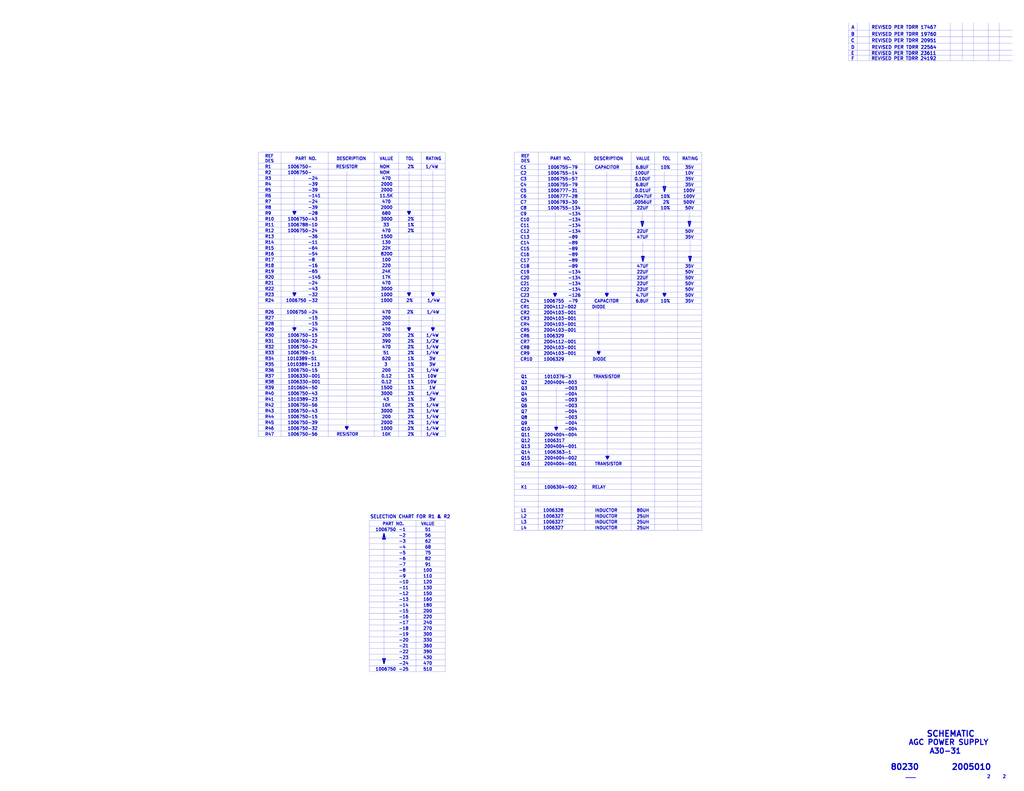
<source format=kicad_sch>
(kicad_sch (version 20211123) (generator eeschema)
  (paper "E")
  (polyline (pts (xy 403.225 663.575) (xy 485.775 663.575)) (stroke (width 0) (type solid)))
  (polyline (pts (xy 417.83 719.455) (xy 420.37 719.455)) (stroke (width 1.27) (type solid)))
  (polyline (pts (xy 765.81 452.12) (xy 561.34 452.12)) (stroke (width 0) (type solid)))
  (polyline (pts (xy 281.94 337.185) (xy 485.775 337.185)) (stroke (width 0) (type solid)))
  (polyline (pts (xy 765.81 191.77) (xy 561.34 191.77)) (stroke (width 0) (type solid)))
  (polyline (pts (xy 765.81 344.17) (xy 561.34 344.17)) (stroke (width 0) (type solid)))
  (polyline (pts (xy 926.084 47.244) (xy 1104.9 47.244)) (stroke (width 0) (type solid)))
  (polyline (pts (xy 664.21 498.475) (xy 662.94 501.015)) (stroke (width 1.524) (type solid)))
  (polyline (pts (xy 322.58 320.04) (xy 321.31 322.58)) (stroke (width 1.524) (type solid)))
  (polyline (pts (xy 322.58 358.14) (xy 321.31 360.68)) (stroke (width 1.524) (type solid)))
  (polyline (pts (xy 765.81 217.17) (xy 561.34 217.17)) (stroke (width 0) (type solid)))
  (polyline (pts (xy 714.375 579.12) (xy 714.375 166.37)) (stroke (width 0) (type solid)))
  (polyline (pts (xy 447.675 231.14) (xy 446.405 233.68)) (stroke (width 1.524) (type solid)))
  (polyline (pts (xy 765.81 521.97) (xy 561.34 521.97)) (stroke (width 0) (type solid)))
  (polyline (pts (xy 765.81 414.02) (xy 561.34 414.02)) (stroke (width 0) (type solid)))
  (polyline (pts (xy 281.94 178.435) (xy 485.775 178.435)) (stroke (width 0) (type solid)))
  (polyline (pts (xy 605.79 466.725) (xy 608.33 466.725)) (stroke (width 1.524) (type solid)))
  (polyline (pts (xy 725.17 187.325) (xy 725.17 208.915)) (stroke (width 0) (type solid)))
  (polyline (pts (xy 485.775 166.37) (xy 485.775 476.885)) (stroke (width 0) (type solid)))
  (polyline (pts (xy 403.225 650.875) (xy 485.775 650.875)) (stroke (width 0) (type solid)))
  (polyline (pts (xy 765.81 458.47) (xy 561.34 458.47)) (stroke (width 0) (type solid)))
  (polyline (pts (xy 281.94 349.885) (xy 485.775 349.885)) (stroke (width 0) (type solid)))
  (polyline (pts (xy 321.31 360.68) (xy 320.04 358.14)) (stroke (width 1.524) (type solid)))
  (polyline (pts (xy 447.675 358.14) (xy 446.405 360.68)) (stroke (width 1.524) (type solid)))
  (polyline (pts (xy 321.31 360.045) (xy 321.31 344.805)) (stroke (width 0) (type solid)))
  (polyline (pts (xy 472.44 360.045) (xy 472.44 345.44)) (stroke (width 0) (type solid)))
  (polyline (pts (xy 765.81 198.12) (xy 561.34 198.12)) (stroke (width 0) (type solid)))
  (polyline (pts (xy 445.135 358.14) (xy 447.675 358.14)) (stroke (width 1.524) (type solid)))
  (polyline (pts (xy 765.81 274.32) (xy 561.34 274.32)) (stroke (width 0) (type solid)))
  (polyline (pts (xy 403.225 727.075) (xy 485.775 727.075)) (stroke (width 0) (type solid)))
  (polyline (pts (xy 739.775 166.37) (xy 739.775 579.12)) (stroke (width 0) (type solid)))
  (polyline (pts (xy 765.81 204.47) (xy 561.34 204.47)) (stroke (width 0) (type solid)))
  (polyline (pts (xy 473.71 320.04) (xy 472.44 322.58)) (stroke (width 1.524) (type solid)))
  (polyline (pts (xy 485.775 733.425) (xy 485.775 568.325)) (stroke (width 0) (type solid)))
  (polyline (pts (xy 281.94 241.935) (xy 485.775 241.935)) (stroke (width 0) (type solid)))
  (polyline (pts (xy 726.44 203.835) (xy 725.17 208.915)) (stroke (width 1.27) (type solid)))
  (polyline (pts (xy 403.225 669.925) (xy 485.775 669.925)) (stroke (width 0) (type solid)))
  (polyline (pts (xy 765.81 382.27) (xy 561.34 382.27)) (stroke (width 0) (type solid)))
  (polyline (pts (xy 281.94 273.685) (xy 485.775 273.685)) (stroke (width 0) (type solid)))
  (polyline (pts (xy 607.06 320.675) (xy 605.79 323.215)) (stroke (width 1.524) (type solid)))
  (polyline (pts (xy 281.94 267.335) (xy 485.775 267.335)) (stroke (width 0) (type solid)))
  (polyline (pts (xy 661.67 498.475) (xy 664.21 498.475)) (stroke (width 1.524) (type solid)))
  (polyline (pts (xy 700.405 280.035) (xy 702.945 280.035)) (stroke (width 1.27) (type solid)))
  (polyline (pts (xy 403.225 606.425) (xy 485.775 606.425)) (stroke (width 0) (type solid)))
  (polyline (pts (xy 281.94 222.885) (xy 485.775 222.885)) (stroke (width 0) (type solid)))
  (polyline (pts (xy 765.81 248.92) (xy 561.34 248.92)) (stroke (width 0) (type solid)))
  (polyline (pts (xy 652.145 384.175) (xy 654.685 384.175)) (stroke (width 1.524) (type solid)))
  (polyline (pts (xy 765.81 394.97) (xy 561.34 394.97)) (stroke (width 0) (type solid)))
  (polyline (pts (xy 723.9 203.835) (xy 725.17 208.915)) (stroke (width 1.27) (type solid)))
  (polyline (pts (xy 403.225 695.325) (xy 485.775 695.325)) (stroke (width 0) (type solid)))
  (polyline (pts (xy 726.44 320.675) (xy 725.17 323.215)) (stroke (width 1.524) (type solid)))
  (polyline (pts (xy 403.225 625.475) (xy 485.775 625.475)) (stroke (width 0) (type solid)))
  (polyline (pts (xy 765.81 363.22) (xy 561.34 363.22)) (stroke (width 0) (type solid)))
  (polyline (pts (xy 765.81 388.62) (xy 561.34 388.62)) (stroke (width 0) (type solid)))
  (polyline (pts (xy 281.94 445.135) (xy 485.775 445.135)) (stroke (width 0) (type solid)))
  (polyline (pts (xy 765.81 369.57) (xy 561.34 369.57)) (stroke (width 0) (type solid)))
  (polyline (pts (xy 587.375 166.37) (xy 587.375 579.12)) (stroke (width 0) (type solid)))
  (polyline (pts (xy 765.81 350.52) (xy 561.34 350.52)) (stroke (width 0) (type solid)))
  (polyline (pts (xy 403.225 720.725) (xy 485.775 720.725)) (stroke (width 0) (type solid)))
  (polyline (pts (xy 948.69 25.019) (xy 948.69 66.167)) (stroke (width 0) (type solid)))
  (polyline (pts (xy 321.31 322.58) (xy 320.04 320.04)) (stroke (width 1.524) (type solid)))
  (polyline (pts (xy 403.225 593.725) (xy 485.775 593.725)) (stroke (width 0) (type solid)))
  (polyline (pts (xy 281.94 457.835) (xy 485.775 457.835)) (stroke (width 0) (type solid)))
  (polyline (pts (xy 321.31 233.68) (xy 320.04 231.14)) (stroke (width 1.524) (type solid)))
  (polyline (pts (xy 281.94 324.485) (xy 485.775 324.485)) (stroke (width 0) (type solid)))
  (polyline (pts (xy 378.46 186.69) (xy 378.46 468.63)) (stroke (width 0) (type solid)))
  (polyline (pts (xy 403.225 644.525) (xy 485.775 644.525)) (stroke (width 0) (type solid)))
  (polyline (pts (xy 281.94 260.985) (xy 485.775 260.985)) (stroke (width 0) (type solid)))
  (polyline (pts (xy 377.19 466.09) (xy 379.73 466.09)) (stroke (width 1.524) (type solid)))
  (polyline (pts (xy 281.94 248.285) (xy 485.775 248.285)) (stroke (width 0) (type solid)))
  (polyline (pts (xy 403.225 714.375) (xy 485.775 714.375)) (stroke (width 0) (type solid)))
  (polyline (pts (xy 281.94 191.135) (xy 485.775 191.135)) (stroke (width 0) (type solid)))
  (polyline (pts (xy 358.14 166.37) (xy 358.14 476.885)) (stroke (width 0) (type solid)))
  (polyline (pts (xy 420.37 588.645) (xy 419.1 582.93)) (stroke (width 1.27) (type solid)))
  (polyline (pts (xy 754.38 280.035) (xy 753.11 285.115)) (stroke (width 1.27) (type solid)))
  (polyline (pts (xy 281.94 203.835) (xy 485.775 203.835)) (stroke (width 0) (type solid)))
  (polyline (pts (xy 403.225 619.125) (xy 485.775 619.125)) (stroke (width 0) (type solid)))
  (polyline (pts (xy 281.94 318.135) (xy 485.775 318.135)) (stroke (width 0) (type solid)))
  (polyline (pts (xy 447.675 320.04) (xy 446.405 322.58)) (stroke (width 1.524) (type solid)))
  (polyline (pts (xy 281.94 394.335) (xy 485.775 394.335)) (stroke (width 0) (type solid)))
  (polyline (pts (xy 320.04 358.14) (xy 322.58 358.14)) (stroke (width 1.524) (type solid)))
  (polyline (pts (xy 765.81 420.37) (xy 561.34 420.37)) (stroke (width 0) (type solid)))
  (polyline (pts (xy 281.94 368.935) (xy 485.775 368.935)) (stroke (width 0) (type solid)))
  (polyline (pts (xy 403.225 688.975) (xy 485.775 688.975)) (stroke (width 0) (type solid)))
  (polyline (pts (xy 1078.738 25.019) (xy 1078.738 66.167)) (stroke (width 0) (type solid)))
  (polyline (pts (xy 417.83 588.645) (xy 420.37 588.645)) (stroke (width 1.27) (type solid)))
  (polyline (pts (xy 1090.803 25.019) (xy 1090.803 66.167)) (stroke (width 0) (type solid)))
  (polyline (pts (xy 765.81 236.22) (xy 561.34 236.22)) (stroke (width 0) (type solid)))
  (polyline (pts (xy 472.44 322.58) (xy 472.44 186.69)) (stroke (width 0) (type solid)))
  (polyline (pts (xy 417.83 719.455) (xy 419.1 724.535)) (stroke (width 1.27) (type solid)))
  (polyline (pts (xy 700.405 280.035) (xy 701.675 285.115)) (stroke (width 1.27) (type solid)))
  (polyline (pts (xy 379.73 466.09) (xy 378.46 468.63)) (stroke (width 1.524) (type solid)))
  (polyline (pts (xy 320.04 231.14) (xy 322.58 231.14)) (stroke (width 1.524) (type solid)))
  (polyline (pts (xy 765.81 553.72) (xy 561.34 553.72)) (stroke (width 0) (type solid)))
  (polyline (pts (xy 765.81 306.07) (xy 561.34 306.07)) (stroke (width 0) (type solid)))
  (polyline (pts (xy 608.33 466.725) (xy 607.06 469.265)) (stroke (width 1.524) (type solid)))
  (polyline (pts (xy 472.44 322.58) (xy 471.17 320.04)) (stroke (width 1.524) (type solid)))
  (polyline (pts (xy 403.225 631.825) (xy 485.775 631.825)) (stroke (width 0) (type solid)))
  (polyline (pts (xy 281.94 470.535) (xy 485.775 470.535)) (stroke (width 0) (type solid)))
  (polyline (pts (xy 281.94 286.385) (xy 485.775 286.385)) (stroke (width 0) (type solid)))
  (polyline (pts (xy 281.94 216.535) (xy 485.775 216.535)) (stroke (width 0) (type solid)))
  (polyline (pts (xy 607.06 469.265) (xy 605.79 466.725)) (stroke (width 1.524) (type solid)))
  (polyline (pts (xy 765.81 229.87) (xy 561.34 229.87)) (stroke (width 0) (type solid)))
  (polyline (pts (xy 765.81 490.22) (xy 561.34 490.22)) (stroke (width 0) (type solid)))
  (polyline (pts (xy 765.81 560.07) (xy 561.34 560.07)) (stroke (width 0) (type solid)))
  (polyline (pts (xy 663.575 320.675) (xy 662.305 323.215)) (stroke (width 1.524) (type solid)))
  (polyline (pts (xy 662.94 415.29) (xy 662.94 500.38)) (stroke (width 0) (type solid)))
  (polyline (pts (xy 403.225 682.625) (xy 485.775 682.625)) (stroke (width 0) (type solid)))
  (polyline (pts (xy 765.81 515.62) (xy 561.34 515.62)) (stroke (width 0) (type solid)))
  (polyline (pts (xy 403.225 581.025) (xy 485.775 581.025)) (stroke (width 0) (type solid)))
  (polyline (pts (xy 638.175 579.12) (xy 638.175 166.37)) (stroke (width 0) (type solid)))
  (polyline (pts (xy 561.34 166.37) (xy 765.81 166.37)) (stroke (width 0) (type solid)))
  (polyline (pts (xy 605.79 323.215) (xy 604.52 320.675)) (stroke (width 1.524) (type solid)))
  (polyline (pts (xy 765.81 572.77) (xy 561.34 572.77)) (stroke (width 0) (type solid)))
  (polyline (pts (xy 765.81 337.82) (xy 561.34 337.82)) (stroke (width 0) (type solid)))
  (polyline (pts (xy 607.06 468.63) (xy 607.06 422.275)) (stroke (width 0) (type solid)))
  (polyline (pts (xy 281.94 426.085) (xy 485.775 426.085)) (stroke (width 0) (type solid)))
  (polyline (pts (xy 445.135 320.04) (xy 447.675 320.04)) (stroke (width 1.524) (type solid)))
  (polyline (pts (xy 281.94 254.635) (xy 485.775 254.635)) (stroke (width 0) (type solid)))
  (polyline (pts (xy 702.945 280.035) (xy 701.675 285.115)) (stroke (width 1.27) (type solid)))
  (polyline (pts (xy 765.81 331.47) (xy 561.34 331.47)) (stroke (width 0) (type solid)))
  (polyline (pts (xy 725.17 323.215) (xy 723.9 320.675)) (stroke (width 1.524) (type solid)))
  (polyline (pts (xy 926.084 33.02) (xy 1104.9 33.02)) (stroke (width 0) (type solid)))
  (polyline (pts (xy 281.94 362.585) (xy 485.775 362.585)) (stroke (width 0) (type solid)))
  (polyline (pts (xy 765.81 287.02) (xy 561.34 287.02)) (stroke (width 0) (type solid)))
  (polyline (pts (xy 765.81 375.92) (xy 561.34 375.92)) (stroke (width 0) (type solid)))
  (polyline (pts (xy 446.405 360.045) (xy 446.405 344.805)) (stroke (width 0) (type solid)))
  (polyline (pts (xy 926.084 25.019) (xy 926.084 66.167)) (stroke (width 0) (type solid)))
  (polyline (pts (xy 419.1 582.93) (xy 417.83 588.645)) (stroke (width 1.27) (type solid)))
  (polyline (pts (xy 765.81 242.57) (xy 561.34 242.57)) (stroke (width 0) (type solid)))
  (polyline (pts (xy 281.94 305.435) (xy 485.775 305.435)) (stroke (width 0) (type solid)))
  (polyline (pts (xy 751.205 241.935) (xy 753.745 241.935)) (stroke (width 1.27) (type solid)))
  (polyline (pts (xy 281.94 330.835) (xy 485.775 330.835)) (stroke (width 0) (type solid)))
  (polyline (pts (xy 605.79 231.775) (xy 605.79 323.215)) (stroke (width 0) (type solid)))
  (polyline (pts (xy 926.084 60.325) (xy 1104.9 60.325)) (stroke (width 0) (type solid)))
  (polyline (pts (xy 765.81 426.72) (xy 561.34 426.72)) (stroke (width 0) (type solid)))
  (polyline (pts (xy 765.81 185.42) (xy 561.34 185.42)) (stroke (width 0) (type solid)))
  (polyline (pts (xy 765.81 267.97) (xy 561.34 267.97)) (stroke (width 0) (type solid)))
  (polyline (pts (xy 765.81 356.87) (xy 561.34 356.87)) (stroke (width 0) (type solid)))
  (polyline (pts (xy 765.81 534.67) (xy 561.34 534.67)) (stroke (width 0) (type solid)))
  (polyline (pts (xy 765.81 471.17) (xy 561.34 471.17)) (stroke (width 0) (type solid)))
  (polyline (pts (xy 765.81 293.37) (xy 561.34 293.37)) (stroke (width 0) (type solid)))
  (polyline (pts (xy 662.305 187.325) (xy 662.305 323.215)) (stroke (width 0) (type solid)))
  (polyline (pts (xy 604.52 320.675) (xy 607.06 320.675)) (stroke (width 1.524) (type solid)))
  (polyline (pts (xy 751.205 241.935) (xy 752.475 247.015)) (stroke (width 1.27) (type solid)))
  (polyline (pts (xy 688.975 166.37) (xy 688.975 579.12)) (stroke (width 0) (type solid)))
  (polyline (pts (xy 320.04 320.04) (xy 322.58 320.04)) (stroke (width 1.524) (type solid)))
  (polyline (pts (xy 699.77 241.935) (xy 701.04 247.015)) (stroke (width 1.27) (type solid)))
  (polyline (pts (xy 765.81 433.07) (xy 561.34 433.07)) (stroke (width 0) (type solid)))
  (polyline (pts (xy 765.81 528.32) (xy 561.34 528.32)) (stroke (width 0) (type solid)))
  (polyline (pts (xy 765.81 477.52) (xy 561.34 477.52)) (stroke (width 0) (type solid)))
  (polyline (pts (xy 281.94 292.735) (xy 485.775 292.735)) (stroke (width 0) (type solid)))
  (polyline (pts (xy 403.225 733.425) (xy 485.775 733.425)) (stroke (width 0) (type solid)))
  (polyline (pts (xy 699.77 241.935) (xy 702.31 241.935)) (stroke (width 1.27) (type solid)))
  (polyline (pts (xy 403.225 676.275) (xy 485.775 676.275)) (stroke (width 0) (type solid)))
  (polyline (pts (xy 281.94 407.035) (xy 485.775 407.035)) (stroke (width 0) (type solid)))
  (polyline (pts (xy 281.94 451.485) (xy 485.775 451.485)) (stroke (width 0) (type solid)))
  (polyline (pts (xy 662.94 501.015) (xy 661.67 498.475)) (stroke (width 1.524) (type solid)))
  (polyline (pts (xy 751.84 280.035) (xy 753.11 285.115)) (stroke (width 1.27) (type solid)))
  (polyline (pts (xy 471.17 320.04) (xy 473.71 320.04)) (stroke (width 1.524) (type solid)))
  (polyline (pts (xy 403.225 701.675) (xy 485.775 701.675)) (stroke (width 0) (type solid)))
  (polyline (pts (xy 765.81 255.27) (xy 561.34 255.27)) (stroke (width 0) (type solid)))
  (polyline (pts (xy 459.74 476.885) (xy 459.74 166.37)) (stroke (width 0) (type solid)))
  (polyline (pts (xy 725.17 231.775) (xy 725.17 322.58)) (stroke (width 0) (type solid)))
  (polyline (pts (xy 753.745 241.935) (xy 752.475 247.015)) (stroke (width 1.27) (type solid)))
  (polyline (pts (xy 765.81 547.37) (xy 561.34 547.37)) (stroke (width 0) (type solid)))
  (polyline (pts (xy 403.225 657.225) (xy 485.775 657.225)) (stroke (width 0) (type solid)))
  (polyline (pts (xy 419.1 582.93) (xy 419.1 724.535)) (stroke (width 0) (type solid)))
  (polyline (pts (xy 403.225 638.175) (xy 485.775 638.175)) (stroke (width 0) (type solid)))
  (polyline (pts (xy 765.81 407.67) (xy 561.34 407.67)) (stroke (width 0) (type solid)))
  (polyline (pts (xy 561.34 179.07) (xy 765.81 179.07)) (stroke (width 0) (type solid)))
  (polyline (pts (xy 403.225 708.025) (xy 485.775 708.025)) (stroke (width 0) (type solid)))
  (polyline (pts (xy 765.81 325.12) (xy 561.34 325.12)) (stroke (width 0) (type solid)))
  (polyline (pts (xy 281.94 356.235) (xy 485.775 356.235)) (stroke (width 0) (type solid)))
  (polyline (pts (xy 281.94 184.785) (xy 485.775 184.785)) (stroke (width 0) (type solid)))
  (polyline (pts (xy 281.94 464.185) (xy 485.775 464.185)) (stroke (width 0) (type solid)))
  (polyline (pts (xy 1062.482 25.019) (xy 1062.482 66.167)) (stroke (width 0) (type solid)))
  (polyline (pts (xy 281.94 311.785) (xy 485.775 311.785)) (stroke (width 0) (type solid)))
  (polyline (pts (xy 403.225 568.325) (xy 485.775 568.325)) (stroke (width 0) (type solid)))
  (polyline (pts (xy 765.81 579.12) (xy 561.34 579.12)) (stroke (width 0) (type solid)))
  (polyline (pts (xy 321.31 193.04) (xy 321.31 233.68)) (stroke (width 0) (type solid)))
  (polyline (pts (xy 378.46 468.63) (xy 377.19 466.09)) (stroke (width 1.524) (type solid)))
  (polyline (pts (xy 765.81 439.42) (xy 561.34 439.42)) (stroke (width 0) (type solid)))
  (polyline (pts (xy 1188.085 1697.99) (xy 1185.545 1697.99)) (stroke (width 1.27) (type solid)))
  (polyline (pts (xy 1050.163 25.019) (xy 1050.163 66.167)) (stroke (width 0) (type solid)))
  (polyline (pts (xy 471.17 358.14) (xy 473.71 358.14)) (stroke (width 1.524) (type solid)))
  (polyline (pts (xy 321.31 321.945) (xy 321.31 255.905)) (stroke (width 0) (type solid)))
  (polyline (pts (xy 751.84 280.035) (xy 754.38 280.035)) (stroke (width 1.27) (type solid)))
  (polyline (pts (xy 701.04 231.775) (xy 701.04 246.38)) (stroke (width 0) (type solid)))
  (polyline (pts (xy 446.405 233.68) (xy 445.135 231.14)) (stroke (width 1.524) (type solid)))
  (polyline (pts (xy 765.81 299.72) (xy 561.34 299.72)) (stroke (width 0) (type solid)))
  (polyline (pts (xy 306.705 476.885) (xy 306.705 166.37)) (stroke (width 0) (type solid)))
  (polyline (pts (xy 454.025 568.325) (xy 454.025 733.425)) (stroke (width 0) (type solid)))
  (polyline (pts (xy 472.44 360.68) (xy 471.17 358.14)) (stroke (width 1.524) (type solid)))
  (polyline (pts (xy 420.37 719.455) (xy 419.1 724.535)) (stroke (width 1.27) (type solid)))
  (polyline (pts (xy 403.225 600.075) (xy 485.775 600.075)) (stroke (width 0) (type solid)))
  (polyline (pts (xy 765.81 261.62) (xy 561.34 261.62)) (stroke (width 0) (type solid)))
  (polyline (pts (xy 935.609 25.019) (xy 935.609 66.167)) (stroke (width 0) (type solid)))
  (polyline (pts (xy 723.9 203.835) (xy 726.44 203.835)) (stroke (width 1.27) (type solid)))
  (polyline (pts (xy 446.405 187.325) (xy 446.405 233.68)) (stroke (width 0) (type solid)))
  (polyline (pts (xy 281.94 432.435) (xy 485.775 432.435)) (stroke (width 0) (type solid)))
  (polyline (pts (xy 446.405 360.68) (xy 445.135 358.14)) (stroke (width 1.524) (type solid)))
  (polyline (pts (xy 765.81 401.32) (xy 561.34 401.32)) (stroke (width 0) (type solid)))
  (polyline (pts (xy 281.94 166.37) (xy 485.775 166.37)) (stroke (width 0) (type solid)))
  (polyline (pts (xy 1185.545 1697.99) (xy 1186.815 1692.91)) (stroke (width 1.27) (type solid)))
  (polyline (pts (xy 281.94 280.035) (xy 485.775 280.035)) (stroke (width 0) (type solid)))
  (polyline (pts (xy 753.11 262.89) (xy 753.11 285.75)) (stroke (width 0) (type solid)))
  (polyline (pts (xy 765.81 541.02) (xy 561.34 541.02)) (stroke (width 0) (type solid)))
  (polyline (pts (xy 561.34 579.12) (xy 561.34 166.37)) (stroke (width 0) (type solid)))
  (polyline (pts (xy 765.81 496.57) (xy 561.34 496.57)) (stroke (width 0) (type solid)))
  (polyline (pts (xy 281.94 166.37) (xy 281.94 476.885)) (stroke (width 0) (type solid)))
  (polyline (pts (xy 403.225 587.375) (xy 485.775 587.375)) (stroke (width 0) (type solid)))
  (polyline (pts (xy 765.81 464.82) (xy 561.34 464.82)) (stroke (width 0) (type solid)))
  (polyline (pts (xy 281.94 210.185) (xy 485.775 210.185)) (stroke (width 0) (type solid)))
  (polyline (pts (xy 701.675 263.525) (xy 701.675 285.75)) (stroke (width 0) (type solid)))
  (polyline (pts (xy 446.405 321.945) (xy 446.405 256.54)) (stroke (width 0) (type solid)))
  (polyline (pts (xy 281.94 197.485) (xy 485.775 197.485)) (stroke (width 0) (type solid)))
  (polyline (pts (xy 446.405 322.58) (xy 445.135 320.04)) (stroke (width 1.524) (type solid)))
  (polyline (pts (xy 281.94 438.785) (xy 485.775 438.785)) (stroke (width 0) (type solid)))
  (polyline (pts (xy 1188.085 1697.99) (xy 1186.815 1692.91)) (stroke (width 1.27) (type solid)))
  (polyline (pts (xy 434.975 166.37) (xy 434.975 476.885)) (stroke (width 0) (type solid)))
  (polyline (pts (xy 1037.082 25.019) (xy 1037.082 66.167)) (stroke (width 0) (type solid)))
  (polyline (pts (xy 765.81 312.42) (xy 561.34 312.42)) (stroke (width 0) (type solid)))
  (polyline (pts (xy 926.084 40.259) (xy 1104.9 40.259)) (stroke (width 0) (type solid)))
  (polyline (pts (xy 403.225 612.775) (xy 485.775 612.775)) (stroke (width 0) (type solid)))
  (polyline (pts (xy 765.81 223.52) (xy 561.34 223.52)) (stroke (width 0) (type solid)))
  (polyline (pts (xy 926.084 66.167) (xy 1104.9 66.167)) (stroke (width 0) (type solid)))
  (polyline (pts (xy 926.084 54.737) (xy 1104.9 54.737)) (stroke (width 0) (type solid)))
  (polyline (pts (xy 765.81 210.82) (xy 561.34 210.82)) (stroke (width 0) (type solid)))
  (polyline (pts (xy 403.225 733.425) (xy 403.225 568.325)) (stroke (width 0) (type solid)))
  (polyline (pts (xy 403.225 574.675) (xy 485.775 574.675)) (stroke (width 0) (type solid)))
  (polyline (pts (xy 322.58 231.14) (xy 321.31 233.68)) (stroke (width 1.524) (type solid)))
  (polyline (pts (xy 765.81 318.77) (xy 561.34 318.77)) (stroke (width 0) (type solid)))
  (polyline (pts (xy 281.94 419.735) (xy 485.775 419.735)) (stroke (width 0) (type solid)))
  (polyline (pts (xy 654.685 384.175) (xy 653.415 386.715)) (stroke (width 1.524) (type solid)))
  (polyline (pts (xy 281.94 476.885) (xy 485.775 476.885)) (stroke (width 0) (type solid)))
  (polyline (pts (xy 702.31 241.935) (xy 701.04 247.015)) (stroke (width 1.27) (type solid)))
  (polyline (pts (xy 661.035 320.675) (xy 663.575 320.675)) (stroke (width 1.524) (type solid)))
  (polyline (pts (xy 662.305 323.215) (xy 661.035 320.675)) (stroke (width 1.524) (type solid)))
  (polyline (pts (xy 281.94 387.985) (xy 485.775 387.985)) (stroke (width 0) (type solid)))
  (polyline (pts (xy 765.81 566.42) (xy 561.34 566.42)) (stroke (width 0) (type solid)))
  (polyline (pts (xy 765.81 483.87) (xy 561.34 483.87)) (stroke (width 0) (type solid)))
  (polyline (pts (xy 281.94 375.285) (xy 485.775 375.285)) (stroke (width 0) (type solid)))
  (polyline (pts (xy 653.415 386.715) (xy 652.145 384.175)) (stroke (width 1.524) (type solid)))
  (polyline (pts (xy 445.135 231.14) (xy 447.675 231.14)) (stroke (width 1.524) (type solid)))
  (polyline (pts (xy 281.94 343.535) (xy 485.775 343.535)) (stroke (width 0) (type solid)))
  (polyline (pts (xy 281.94 381.635) (xy 485.775 381.635)) (stroke (width 0) (type solid)))
  (polyline (pts (xy 281.94 235.585) (xy 485.775 235.585)) (stroke (width 0) (type solid)))
  (polyline (pts (xy 408.305 476.885) (xy 408.305 166.37)) (stroke (width 0) (type solid)))
  (polyline (pts (xy 281.94 299.085) (xy 485.775 299.085)) (stroke (width 0) (type solid)))
  (polyline (pts (xy 281.94 400.685) (xy 485.775 400.685)) (stroke (width 0) (type solid)))
  (polyline (pts (xy 473.71 358.14) (xy 472.44 360.68)) (stroke (width 1.524) (type solid)))
  (polyline (pts (xy 765.81 445.77) (xy 561.34 445.77)) (stroke (width 0) (type solid)))
  (polyline (pts (xy 281.94 229.235) (xy 485.775 229.235)) (stroke (width 0) (type solid)))
  (polyline (pts (xy 765.81 502.92) (xy 561.34 502.92)) (stroke (width 0) (type solid)))
  (polyline (pts (xy 281.94 413.385) (xy 485.775 413.385)) (stroke (width 0) (type solid)))
  (polyline (pts (xy 752.475 231.775) (xy 752.475 247.015)) (stroke (width 0) (type solid)))
  (polyline (pts (xy 765.81 280.67) (xy 561.34 280.67)) (stroke (width 0) (type solid)))
  (polyline (pts (xy 765.81 166.37) (xy 765.81 579.12)) (stroke (width 0) (type solid)))
  (polyline (pts (xy 653.415 386.08) (xy 653.415 339.725)) (stroke (width 0) (type solid)))
  (polyline (pts (xy 765.81 509.27) (xy 561.34 509.27)) (stroke (width 0) (type solid)))
  (polyline (pts (xy 723.9 320.675) (xy 726.44 320.675)) (stroke (width 1.524) (type solid)))
  (text "R18" (at 288.925 292.1 0) (effects (font (size 3.302 3.302) (thickness 0.6604) bold) (justify left bottom)))
  (text "2%" (at 444.5 457.2 0) (effects (font (size 3.302 3.302) (thickness 0.6604) bold) (justify left bottom)))
  (text "1006750-32" (at 313.69 469.9 0) (effects (font (size 3.302 3.302) (thickness 0.6604) bold) (justify left bottom)))
  (text "1006750" (at 312.42 342.9 0) (effects (font (size 3.302 3.302) (thickness 0.6604) bold) (justify left bottom)))
  (text "6.8UF" (at 693.42 184.785 0) (effects (font (size 3.302 3.302) (thickness 0.6604) bold) (justify left bottom)))
  (text "50V" (at 747.395 229.235 0) (effects (font (size 3.302 3.302) (thickness 0.6604) bold) (justify left bottom)))
  (text "L4" (at 568.325 578.485 0) (effects (font (size 3.302 3.302) (thickness 0.6604) bold) (justify left bottom)))
  (text "Q10" (at 568.325 470.535 0) (effects (font (size 3.302 3.302) (thickness 0.6604) bold) (justify left bottom)))
  (text "10%" (at 720.725 229.235 0) (effects (font (size 3.302 3.302) (thickness 0.6604) bold) (justify left bottom)))
  (text "1006327" (at 592.455 572.135 0) (effects (font (size 3.302 3.302) (thickness 0.6604) bold) (justify left bottom)))
  (text "300" (at 461.645 694.69 0) (effects (font (size 3.302 3.302) (thickness 0.6604) bold) (justify left bottom)))
  (text "-32" (at 335.915 323.85 0) (effects (font (size 3.302 3.302) (thickness 0.6604) bold) (justify left bottom)))
  (text "1/4W" (at 464.82 387.35 0) (effects (font (size 3.302 3.302) (thickness 0.6604) bold) (justify left bottom)))
  (text "-004" (at 615.95 432.435 0) (effects (font (size 3.302 3.302) (thickness 0.6604) bold) (justify left bottom)))
  (text "-003" (at 615.95 426.085 0) (effects (font (size 3.302 3.302) (thickness 0.6604) bold) (justify left bottom)))
  (text "1006755-14" (at 597.535 191.135 0) (effects (font (size 3.302 3.302) (thickness 0.6604) bold) (justify left bottom)))
  (text "RATING" (at 744.22 175.26 0) (effects (font (size 3.302 3.302) (thickness 0.6604) bold) (justify left bottom)))
  (text "-6" (at 434.975 612.14 0) (effects (font (size 3.302 3.302) (thickness 0.6604) bold) (justify left bottom)))
  (text "INDUCTOR" (at 648.97 572.135 0) (effects (font (size 3.302 3.302) (thickness 0.6604) bold) (justify left bottom)))
  (text "1%" (at 444.5 425.45 0) (effects (font (size 3.302 3.302) (thickness 0.6604) bold) (justify left bottom)))
  (text "50V" (at 747.395 318.135 0) (effects (font (size 3.302 3.302) (thickness 0.6604) bold) (justify left bottom)))
  (text "2000" (at 415.29 228.6 0) (effects (font (size 3.302 3.302) (thickness 0.6604) bold) (justify left bottom)))
  (text "2%" (at 444.5 374.65 0) (effects (font (size 3.302 3.302) (thickness 0.6604) bold) (justify left bottom)))
  (text "220" (at 416.56 292.1 0) (effects (font (size 3.302 3.302) (thickness 0.6604) bold) (justify left bottom)))
  (text "R36" (at 288.925 406.4 0) (effects (font (size 3.302 3.302) (thickness 0.6604) bold) (justify left bottom)))
  (text "-134" (at 619.76 235.585 0) (effects (font (size 3.302 3.302) (thickness 0.6604) bold) (justify left bottom)))
  (text "-64" (at 335.915 273.05 0) (effects (font (size 3.302 3.302) (thickness 0.6604) bold) (justify left bottom)))
  (text "1/4W" (at 466.09 330.2 0) (effects (font (size 3.302 3.302) (thickness 0.6604) bold) (justify left bottom)))
  (text "2000" (at 415.29 463.55 0) (effects (font (size 3.302 3.302) (thickness 0.6604) bold) (justify left bottom)))
  (text "C5" (at 567.69 210.185 0) (effects (font (size 3.302 3.302) (thickness 0.6604) bold) (justify left bottom)))
  (text "1006760-22" (at 313.69 374.65 0) (effects (font (size 3.302 3.302) (thickness 0.6604) bold) (justify left bottom)))
  (text "R2" (at 288.925 190.5 0) (effects (font (size 3.302 3.302) (thickness 0.6604) bold) (justify left bottom)))
  (text "1006330-001" (at 313.69 419.1 0) (effects (font (size 3.302 3.302) (thickness 0.6604) bold) (justify left bottom)))
  (text "10W" (at 466.09 419.1 0) (effects (font (size 3.302 3.302) (thickness 0.6604) bold) (justify left bottom)))
  (text "C11" (at 567.69 248.285 0) (effects (font (size 3.302 3.302) (thickness 0.6604) bold) (justify left bottom)))
  (text "2%" (at 444.5 450.85 0) (effects (font (size 3.302 3.302) (thickness 0.6604) bold) (justify left bottom)))
  (text "620" (at 416.56 393.7 0) (effects (font (size 3.302 3.302) (thickness 0.6604) bold) (justify left bottom)))
  (text "2%" (at 444.5 254 0) (effects (font (size 3.302 3.302) (thickness 0.6604) bold) (justify left bottom)))
  (text "-13" (at 434.975 656.59 0) (effects (font (size 3.302 3.302) (thickness 0.6604) bold) (justify left bottom)))
  (text "-134" (at 619.76 254.635 0) (effects (font (size 3.302 3.302) (thickness 0.6604) bold) (justify left bottom)))
  (text "R33" (at 288.925 387.35 0) (effects (font (size 3.302 3.302) (thickness 0.6604) bold) (justify left bottom)))
  (text "SELECTION CHART FOR R1 & R2" (at 403.86 566.42 0) (effects (font (size 3.556 3.556) (thickness 0.7112) bold) (justify left bottom)))
  (text "3000" (at 415.29 450.85 0) (effects (font (size 3.302 3.302) (thickness 0.6604) bold) (justify left bottom)))
  (text "-24" (at 335.915 311.15 0) (effects (font (size 3.302 3.302) (thickness 0.6604) bold) (justify left bottom)))
  (text "R29" (at 288.925 361.95 0) (effects (font (size 3.302 3.302) (thickness 0.6604) bold) (justify left bottom)))
  (text "R10" (at 288.925 241.3 0) (effects (font (size 3.302 3.302) (thickness 0.6604) bold) (justify left bottom)))
  (text "-89" (at 619.76 286.385 0) (effects (font (size 3.302 3.302) (thickness 0.6604) bold) (justify left bottom)))
  (text "C6" (at 567.69 216.535 0) (effects (font (size 3.302 3.302) (thickness 0.6604) bold) (justify left bottom)))
  (text "-15" (at 335.915 349.25 0) (effects (font (size 3.302 3.302) (thickness 0.6604) bold) (justify left bottom)))
  (text "R31" (at 288.925 374.65 0) (effects (font (size 3.302 3.302) (thickness 0.6604) bold) (justify left bottom)))
  (text "1500" (at 415.29 425.45 0) (effects (font (size 3.302 3.302) (thickness 0.6604) bold) (justify left bottom)))
  (text "10%" (at 720.725 330.835 0) (effects (font (size 3.302 3.302) (thickness 0.6604) bold) (justify left bottom)))
  (text "6.8UF" (at 693.42 330.835 0) (effects (font (size 3.302 3.302) (thickness 0.6604) bold) (justify left bottom)))
  (text "NOM" (at 414.02 190.5 0) (effects (font (size 3.302 3.302) (thickness 0.6604) bold) (justify left bottom)))
  (text "470" (at 416.56 222.25 0) (effects (font (size 3.302 3.302) (thickness 0.6604) bold) (justify left bottom)))
  (text "1/4W" (at 464.82 463.55 0) (effects (font (size 3.302 3.302) (thickness 0.6604) bold) (justify left bottom)))
  (text "470" (at 416.56 196.85 0) (effects (font (size 3.302 3.302) (thickness 0.6604) bold) (justify left bottom)))
  (text "360" (at 461.645 707.39 0) (effects (font (size 3.302 3.302) (thickness 0.6604) bold) (justify left bottom)))
  (text "2004004-001" (at 593.725 489.585 0) (effects (font (size 3.302 3.302) (thickness 0.6604) bold) (justify left bottom)))
  (text "1/4W" (at 464.82 444.5 0) (effects (font (size 3.302 3.302) (thickness 0.6604) bold) (justify left bottom)))
  (text "35V" (at 747.395 203.835 0) (effects (font (size 3.302 3.302) (thickness 0.6604) bold) (justify left bottom)))
  (text "100" (at 416.56 285.75 0) (effects (font (size 3.302 3.302) (thickness 0.6604) bold) (justify left bottom)))
  (text "-16" (at 335.915 292.1 0) (effects (font (size 3.302 3.302) (thickness 0.6604) bold) (justify left bottom)))
  (text "CAPACITOR" (at 648.335 330.835 0) (effects (font (size 3.302 3.302) (thickness 0.6604) bold) (justify left bottom)))
  (text "1006750-56" (at 313.69 476.25 0) (effects (font (size 3.302 3.302) (thickness 0.6604) bold) (justify left bottom)))
  (text "C12" (at 567.69 254.635 0) (effects (font (size 3.302 3.302) (thickness 0.6604) bold) (justify left bottom)))
  (text "1006363-1" (at 593.725 495.935 0) (effects (font (size 3.302 3.302) (thickness 0.6604) bold) (justify left bottom)))
  (text "110" (at 461.645 631.19 0) (effects (font (size 3.302 3.302) (thickness 0.6604) bold) (justify left bottom)))
  (text "100UF" (at 692.785 191.135 0) (effects (font (size 3.302 3.302) (thickness 0.6604) bold) (justify left bottom)))
  (text "Q6" (at 568.325 445.135 0) (effects (font (size 3.302 3.302) (thickness 0.6604) bold) (justify left bottom)))
  (text "1006750-24" (at 313.69 254 0) (effects (font (size 3.302 3.302) (thickness 0.6604) bold) (justify left bottom)))
  (text "3000" (at 415.29 241.3 0) (effects (font (size 3.302 3.302) (thickness 0.6604) bold) (justify left bottom)))
  (text "2000" (at 415.29 209.55 0) (effects (font (size 3.302 3.302) (thickness 0.6604) bold) (justify left bottom)))
  (text "C23" (at 567.69 324.485 0) (effects (font (size 3.302 3.302) (thickness 0.6604) bold) (justify left bottom)))
  (text "51" (at 463.55 580.39 0) (effects (font (size 3.302 3.302) (thickness 0.6604) bold) (justify left bottom)))
  (text "1%" (at 444.5 419.1 0) (effects (font (size 3.302 3.302) (thickness 0.6604) bold) (justify left bottom)))
  (text "2%" (at 444.5 444.5 0) (effects (font (size 3.302 3.302) (thickness 0.6604) bold) (justify left bottom)))
  (text "1/4W" (at 465.455 342.9 0) (effects (font (size 3.302 3.302) (thickness 0.6604) bold) (justify left bottom)))
  (text "3" (at 419.1 400.05 0) (effects (font (size 3.302 3.302) (thickness 0.6604) bold) (justify left bottom)))
  (text "-39" (at 335.915 203.2 0) (effects (font (size 3.302 3.302) (thickness 0.6604) bold) (justify left bottom)))
  (text "17K" (at 416.56 304.8 0) (effects (font (size 3.302 3.302) (thickness 0.6604) bold) (justify left bottom)))
  (text "C1" (at 567.69 184.785 0) (effects (font (size 3.302 3.302) (thickness 0.6604) bold) (justify left bottom)))
  (text "25UH" (at 694.69 578.485 0) (effects (font (size 3.302 3.302) (thickness 0.6604) bold) (justify left bottom)))
  (text "R6" (at 288.925 215.9 0) (effects (font (size 3.302 3.302) (thickness 0.6604) bold) (justify left bottom)))
  (text "8200" (at 415.29 279.4 0) (effects (font (size 3.302 3.302) (thickness 0.6604) bold) (justify left bottom)))
  (text "-10" (at 434.975 637.54 0) (effects (font (size 3.302 3.302) (thickness 0.6604) bold) (justify left bottom)))
  (text "1/4W" (at 464.82 381 0) (effects (font (size 3.302 3.302) (thickness 0.6604) bold) (justify left bottom)))
  (text "1006750-15" (at 313.69 368.3 0) (effects (font (size 3.302 3.302) (thickness 0.6604) bold) (justify left bottom)))
  (text "2004103-001" (at 593.09 387.985 0) (effects (font (size 3.302 3.302) (thickness 0.6604) bold) (justify left bottom)))
  (text "R3" (at 288.925 196.85 0) (effects (font (size 3.302 3.302) (thickness 0.6604) bold) (justify left bottom)))
  (text "10W" (at 466.09 412.75 0) (effects (font (size 3.302 3.302) (thickness 0.6604) bold) (justify left bottom)))
  (text "R7" (at 288.925 222.25 0) (effects (font (size 3.302 3.302) (thickness 0.6604) bold) (justify left bottom)))
  (text "10V" (at 747.395 191.135 0) (effects (font (size 3.302 3.302) (thickness 0.6604) bold) (justify left bottom)))
  (text "1006750-15" (at 313.69 457.2 0) (effects (font (size 3.302 3.302) (thickness 0.6604) bold) (justify left bottom)))
  (text "-16" (at 434.975 675.64 0) (effects (font (size 3.302 3.302) (thickness 0.6604) bold) (justify left bottom)))
  (text "680" (at 416.56 234.95 0) (effects (font (size 3.302 3.302) (thickness 0.6604) bold) (justify left bottom)))
  (text "R14" (at 288.925 266.7 0) (effects (font (size 3.302 3.302) (thickness 0.6604) bold) (justify left bottom)))
  (text "-89" (at 619.76 267.335 0) (effects (font (size 3.302 3.302) (thickness 0.6604) bold) (justify left bottom)))
  (text "270" (at 461.645 688.34 0) (effects (font (size 3.302 3.302) (thickness 0.6604) bold) (justify left bottom)))
  (text "25UH" (at 694.69 572.135 0) (effects (font (size 3.302 3.302) (thickness 0.6604) bold) (justify left bottom)))
  (text "10%" (at 720.725 216.535 0) (effects (font (size 3.302 3.302) (thickness 0.6604) bold) (justify left bottom)))
  (text "REF\nDES" (at 288.925 177.8 0) (effects (font (size 3.302 3.302) (thickness 0.6604) bold) (justify left bottom)))
  (text "C15" (at 567.69 273.685 0) (effects (font (size 3.302 3.302) (thickness 0.6604) bold) (justify left bottom)))
  (text "B       REVISED PER TDRR 19760" (at 928.497 39.497 0) (effects (font (size 3.556 3.556) (thickness 0.7112) bold) (justify left bottom)))
  (text "1000" (at 415.29 323.85 0) (effects (font (size 3.302 3.302) (thickness 0.6604) bold) (justify left bottom)))
  (text "RATING" (at 464.185 175.26 0) (effects (font (size 3.302 3.302) (thickness 0.6604) bold) (justify left bottom)))
  (text "CAPACITOR" (at 648.97 184.785 0) (effects (font (size 3.302 3.302) (thickness 0.6604) bold) (justify left bottom)))
  (text "200" (at 461.645 669.29 0) (effects (font (size 3.302 3.302) (thickness 0.6604) bold) (justify left bottom)))
  (text "470" (at 416.56 254 0) (effects (font (size 3.302 3.302) (thickness 0.6604) bold) (justify left bottom)))
  (text "1/4W" (at 464.82 457.2 0) (effects (font (size 3.302 3.302) (thickness 0.6604) bold) (justify left bottom)))
  (text "R44" (at 288.925 457.2 0) (effects (font (size 3.302 3.302) (thickness 0.6604) bold) (justify left bottom)))
  (text "K1" (at 568.325 534.035 0) (effects (font (size 3.302 3.302) (thickness 0.6604) bold) (justify left bottom)))
  (text "2000" (at 415.29 203.2 0) (effects (font (size 3.302 3.302) (thickness 0.6604) bold) (justify left bottom)))
  (text "35V" (at 747.395 260.985 0) (effects (font (size 3.302 3.302) (thickness 0.6604) bold) (justify left bottom)))
  (text "R46" (at 288.925 469.9 0) (effects (font (size 3.302 3.302) (thickness 0.6604) bold) (justify left bottom)))
  (text "Q7" (at 568.325 451.485 0) (effects (font (size 3.302 3.302) (thickness 0.6604) bold) (justify left bottom)))
  (text "-89" (at 619.76 273.685 0) (effects (font (size 3.302 3.302) (thickness 0.6604) bold) (justify left bottom)))
  (text "1010389-23" (at 313.69 438.15 0) (effects (font (size 3.302 3.302) (thickness 0.6604) bold) (justify left bottom)))
  (text "R32" (at 288.925 381 0) (effects (font (size 3.302 3.302) (thickness 0.6604) bold) (justify left bottom)))
  (text "1000" (at 415.29 330.2 0) (effects (font (size 3.302 3.302) (thickness 0.6604) bold) (justify left bottom)))
  (text "R28" (at 288.925 355.6 0) (effects (font (size 3.302 3.302) (thickness 0.6604) bold) (justify left bottom)))
  (text "PART NO." (at 321.945 175.26 0) (effects (font (size 3.302 3.302) (thickness 0.6604) bold) (justify left bottom)))
  (text "R17" (at 288.925 285.75 0) (effects (font (size 3.302 3.302) (thickness 0.6604) bold) (justify left bottom)))
  (text "62" (at 463.55 593.09 0) (effects (font (size 3.302 3.302) (thickness 0.6604) bold) (justify left bottom)))
  (text "R21" (at 288.925 311.15 0) (effects (font (size 3.302 3.302) (thickness 0.6604) bold) (justify left bottom)))
  (text "CR1" (at 567.69 337.185 0) (effects (font (size 3.302 3.302) (thickness 0.6604) bold) (justify left bottom)))
  (text "C3" (at 567.69 197.485 0) (effects (font (size 3.302 3.302) (thickness 0.6604) bold) (justify left bottom)))
  (text "47UF" (at 694.69 260.985 0) (effects (font (size 3.302 3.302) (thickness 0.6604) bold) (justify left bottom)))
  (text "10K" (at 416.56 476.25 0) (effects (font (size 3.302 3.302) (thickness 0.6604) bold) (justify left bottom)))
  (text "1006317" (at 593.725 483.235 0) (effects (font (size 3.302 3.302) (thickness 0.6604) bold) (justify left bottom)))
  (text "1006755" (at 593.09 330.835 0) (effects (font (size 3.302 3.302) (thickness 0.6604) bold) (justify left bottom)))
  (text "-28" (at 335.915 234.95 0) (effects (font (size 3.302 3.302) (thickness 0.6604) bold) (justify left bottom)))
  (text "CR7" (at 567.69 375.285 0) (effects (font (size 3.302 3.302) (thickness 0.6604) bold) (justify left bottom)))
  (text "-9" (at 434.975 631.19 0) (effects (font (size 3.302 3.302) (thickness 0.6604) bold) (justify left bottom)))
  (text "240" (at 461.645 681.99 0) (effects (font (size 3.302 3.302) (thickness 0.6604) bold) (justify left bottom)))
  (text "130" (at 416.56 266.7 0) (effects (font (size 3.302 3.302) (thickness 0.6604) bold) (justify left bottom)))
  (text "1006777-31" (at 597.535 210.185 0) (effects (font (size 3.302 3.302) (thickness 0.6604) bold) (justify left bottom)))
  (text "200" (at 416.56 368.3 0) (effects (font (size 3.302 3.302) (thickness 0.6604) bold) (justify left bottom)))
  (text "R39" (at 288.925 425.45 0) (effects (font (size 3.302 3.302) (thickness 0.6604) bold) (justify left bottom)))
  (text "1006329" (at 593.09 368.935 0) (effects (font (size 3.302 3.302) (thickness 0.6604) bold) (justify left bottom)))
  (text "NOM" (at 414.02 184.15 0) (effects (font (size 3.302 3.302) (thickness 0.6604) bold) (justify left bottom)))
  (text "2004103-001" (at 593.09 356.235 0) (effects (font (size 3.302 3.302) (thickness 0.6604) bold) (justify left bottom)))
  (text "1/4W" (at 464.82 469.9 0) (effects (font (size 3.302 3.302) (thickness 0.6604) bold) (justify left bottom)))
  (text "390" (at 461.645 713.74 0) (effects (font (size 3.302 3.302) (thickness 0.6604) bold) (justify left bottom)))
  (text "-15" (at 434.975 669.29 0) (effects (font (size 3.302 3.302) (thickness 0.6604) bold) (justify left bottom)))
  (text "1006755-57" (at 597.535 197.485 0) (effects (font (size 3.302 3.302) (thickness 0.6604) bold) (justify left bottom)))
  (text "-89" (at 619.76 280.035 0) (effects (font (size 3.302 3.302) (thickness 0.6604) bold) (justify left bottom)))
  (text "1006328" (at 592.455 559.435 0) (effects (font (size 3.302 3.302) (thickness 0.6604) bold) (justify left bottom)))
  (text "CR2" (at 567.69 343.535 0) (effects (font (size 3.302 3.302) (thickness 0.6604) bold) (justify left bottom)))
  (text "1006755-79" (at 597.535 203.835 0) (effects (font (size 3.302 3.302) (thickness 0.6604) bold) (justify left bottom)))
  (text "1010389-51" (at 313.055 393.7 0) (effects (font (size 3.302 3.302) (thickness 0.6604) bold) (justify left bottom)))
  (text "-8" (at 434.975 624.84 0) (effects (font (size 3.302 3.302) (thickness 0.6604) bold) (justify left bottom)))
  (text "-134" (at 619.76 305.435 0) (effects (font (size 3.302 3.302) (thickness 0.6604) bold) (justify left bottom)))
  (text "2004112-001" (at 593.09 375.285 0) (effects (font (size 3.302 3.302) (thickness 0.6604) bold) (justify left bottom)))
  (text "RELAY" (at 645.795 534.035 0) (effects (font (size 3.302 3.302) (thickness 0.6604) bold) (justify left bottom)))
  (text "-24" (at 335.915 342.9 0) (effects (font (size 3.302 3.302) (thickness 0.6604) bold) (justify left bottom)))
  (text "1006750" (at 409.575 580.39 0) (effects (font (size 3.302 3.302) (thickness 0.6604) bold) (justify left bottom)))
  (text "150" (at 461.645 650.24 0) (effects (font (size 3.302 3.302) (thickness 0.6604) bold) (justify left bottom)))
  (text "SCHEMATIC" (at 1010.92 805.18 0) (effects (font (size 6.35 6.35) (thickness 1.27) bold) (justify left bottom)))
  (text "-18" (at 434.975 688.34 0) (effects (font (size 3.302 3.302) (thickness 0.6604) bold) (justify left bottom)))
  (text "22UF" (at 694.69 305.435 0) (effects (font (size 3.302 3.302) (thickness 0.6604) bold) (justify left bottom)))
  (text "1006777-28" (at 597.535 216.535 0) (effects (font (size 3.302 3.302) (thickness 0.6604) bold) (justify left bottom)))
  (text "R4" (at 288.925 203.2 0) (effects (font (size 3.302 3.302) (thickness 0.6604) bold) (justify left bottom)))
  (text "3W" (at 467.995 400.05 0) (effects (font (size 3.302 3.302) (thickness 0.6604) bold) (justify left bottom)))
  (text "2005010" (at 1038.225 841.375 0) (effects (font (size 6.35 6.35) (thickness 1.27) bold) (justify left bottom)))
  (text "Q14" (at 568.325 495.935 0) (effects (font (size 3.302 3.302) (thickness 0.6604) bold) (justify left bottom)))
  (text "35V" (at 747.395 184.785 0) (effects (font (size 3.302 3.302) (thickness 0.6604) bold) (justify left bottom)))
  (text "R22" (at 288.925 317.5 0) (effects (font (size 3.302 3.302) (thickness 0.6604) bold) (justify left bottom)))
  (text "33" (at 417.83 247.65 0) (effects (font (size 3.302 3.302) (thickness 0.6604) bold) (justify left bottom)))
  (text "DIODE" (at 646.43 394.335 0) (effects (font (size 3.302 3.302) (thickness 0.6604) bold) (justify left bottom)))
  (text "2%" (at 444.5 469.9 0) (effects (font (size 3.302 3.302) (thickness 0.6604) bold) (justify left bottom)))
  (text "-24" (at 335.915 196.85 0) (effects (font (size 3.302 3.302) (thickness 0.6604) bold) (justify left bottom)))
  (text "-11" (at 335.915 266.7 0) (effects (font (size 3.302 3.302) (thickness 0.6604) bold) (justify left bottom)))
  (text "C9" (at 567.69 235.585 0) (effects (font (size 3.302 3.302) (thickness 0.6604) bold) (justify left bottom)))
  (text "1010389-113" (at 313.055 400.05 0) (effects (font (size 3.302 3.302) (thickness 0.6604) bold) (justify left bottom)))
  (text "C17" (at 567.69 286.385 0) (effects (font (size 3.302 3.302) (thickness 0.6604) bold) (justify left bottom)))
  (text "-79" (at 619.76 330.835 0) (effects (font (size 3.302 3.302) (thickness 0.6604) bold) (justify left bottom)))
  (text "82" (at 463.55 612.14 0) (effects (font (size 3.302 3.302) (thickness 0.6604) bold) (justify left bottom)))
  (text "C21" (at 567.69 311.785 0) (effects (font (size 3.302 3.302) (thickness 0.6604) bold) (justify left bottom)))
  (text "470" (at 461.645 726.44 0) (effects (font (size 3.302 3.302) (thickness 0.6604) bold) (justify left bottom)))
  (text ".0056UF" (at 690.88 222.885 0) (effects (font (size 3.302 3.302) (thickness 0.6604) bold) (justify left bottom)))
  (text "0.12" (at 415.925 412.75 0) (effects (font (size 3.302 3.302) (thickness 0.6604) bold) (justify left bottom)))
  (text "2004004-003" (at 593.725 419.735 0) (effects (font (size 3.302 3.302) (thickness 0.6604) bold) (justify left bottom)))
  (text "TOL" (at 442.595 175.26 0) (effects (font (size 3.302 3.302) (thickness 0.6604) bold) (justify left bottom)))
  (text "1006750-43" (at 313.69 450.85 0) (effects (font (size 3.302 3.302) (thickness 0.6604) bold) (justify left bottom)))
  (text "56" (at 463.55 586.74 0) (effects (font (size 3.302 3.302) (thickness 0.6604) bold) (justify left bottom)))
  (text "1006327" (at 592.455 578.485 0) (effects (font (size 3.302 3.302) (thickness 0.6604) bold) (justify left bottom)))
  (text "220" (at 461.645 675.64 0) (effects (font (size 3.302 3.302) (thickness 0.6604) bold) (justify left bottom)))
  (text "0.10UF" (at 692.15 197.485 0) (effects (font (size 3.302 3.302) (thickness 0.6604) bold) (justify left bottom)))
  (text "430" (at 461.645 720.09 0) (effects (font (size 3.302 3.302) (thickness 0.6604) bold) (justify left bottom)))
  (text "330" (at 461.645 701.04 0) (effects (font (size 3.302 3.302) (thickness 0.6604) bold) (justify left bottom)))
  (text "Q1" (at 568.325 413.385 0) (effects (font (size 3.302 3.302) (thickness 0.6604) bold) (justify left bottom)))
  (text "50V" (at 747.395 254.635 0) (effects (font (size 3.302 3.302) (thickness 0.6604) bold) (justify left bottom)))
  (text "R27" (at 288.925 349.25 0) (effects (font (size 3.302 3.302) (thickness 0.6604) bold) (justify left bottom)))
  (text "CR10" (at 567.69 394.335 0) (effects (font (size 3.302 3.302) (thickness 0.6604) bold) (justify left bottom)))
  (text "R40" (at 288.925 431.8 0) (effects (font (size 3.302 3.302) (thickness 0.6604) bold) (justify left bottom)))
  (text "1W" (at 467.995 425.45 0) (effects (font (size 3.302 3.302) (thickness 0.6604) bold) (justify left bottom)))
  (text "2%" (at 443.865 342.9 0) (effects (font (size 3.302 3.302) (thickness 0.6604) bold) (justify left bottom)))
  (text "2%" (at 444.5 431.8 0) (effects (font (size 3.302 3.302) (thickness 0.6604) bold) (justify left bottom)))
  (text "R38" (at 288.925 419.1 0) (effects (font (size 3.302 3.302) (thickness 0.6604) bold) (justify left bottom)))
  (text "2%" (at 444.5 406.4 0) (effects (font (size 3.302 3.302) (thickness 0.6604) bold) (justify left bottom)))
  (text "2004004-001" (at 593.725 508.635 0) (effects (font (size 3.302 3.302) (thickness 0.6604) bold) (justify left bottom)))
  (text "200" (at 416.56 457.2 0) (effects (font (size 3.302 3.302) (thickness 0.6604) bold) (justify left bottom)))
  (text "25UH" (at 694.69 565.785 0) (effects (font (size 3.302 3.302) (thickness 0.6604) bold) (justify left bottom)))
  (text "390" (at 416.56 374.65 0) (effects (font (size 3.302 3.302) (thickness 0.6604) bold) (justify left bottom)))
  (text "1/2W" (at 464.82 374.65 0) (effects (font (size 3.302 3.302) (thickness 0.6604) bold) (justify left bottom)))
  (text "R35" (at 288.925 400.05 0) (effects (font (size 3.302 3.302) (thickness 0.6604) bold) (justify left bottom)))
  (text "1006750-" (at 313.69 190.5 0) (effects (font (size 3.302 3.302) (thickness 0.6604) bold) (justify left bottom)))
  (text "22UF" (at 694.69 299.085 0) (effects (font (size 3.302 3.302) (thickness 0.6604) bold) (justify left bottom)))
  (text "200" (at 416.56 406.4 0) (effects (font (size 3.302 3.302) (thickness 0.6604) bold) (justify left bottom)))
  (text "1%" (at 444.5 438.15 0) (effects (font (size 3.302 3.302) (thickness 0.6604) bold) (justify left bottom)))
  (text "1006750-15" (at 313.69 406.4 0) (effects (font (size 3.302 3.302) (thickness 0.6604) bold) (justify left bottom)))
  (text "-3" (at 434.975 593.09 0) (effects (font (size 3.302 3.302) (thickness 0.6604) bold) (justify left bottom)))
  (text "R20" (at 288.925 304.8 0) (effects (font (size 3.302 3.302) (thickness 0.6604) bold) (justify left bottom)))
  (text "A       REVISED PER TDRR 17467" (at 928.878 32.004 0) (effects (font (size 3.556 3.556) (thickness 0.7112) bold) (justify left bottom)))
  (text "R11" (at 288.925 247.65 0) (effects (font (size 3.302 3.302) (thickness 0.6604) bold) (justify left bottom)))
  (text "-14" (at 434.975 662.94 0) (effects (font (size 3.302 3.302) (thickness 0.6604) bold) (justify left bottom)))
  (text "470" (at 416.56 381 0) (effects (font (size 3.302 3.302) (thickness 0.6604) bold) (justify left bottom)))
  (text "Q4" (at 568.325 432.435 0) (effects (font (size 3.302 3.302) (thickness 0.6604) bold) (justify left bottom)))
  (text "1/4W" (at 464.82 406.4 0) (effects (font (size 3.302 3.302) (thickness 0.6604) bold) (justify left bottom)))
  (text "R5" (at 288.925 209.55 0) (effects (font (size 3.302 3.302) (thickness 0.6604) bold) (justify left bottom)))
  (text "DIODE" (at 645.795 337.185 0) (effects (font (size 3.302 3.302) (thickness 0.6604) bold) (justify left bottom)))
  (text "-004" (at 615.95 464.185 0) (effects (font (size 3.302 3.302) (thickness 0.6604) bold) (justify left bottom)))
  (text "R24" (at 288.925 330.2 0) (effects (font (size 3.302 3.302) (thickness 0.6604) bold) (justify left bottom)))
  (text "-39" (at 335.915 228.6 0) (effects (font (size 3.302 3.302) (thickness 0.6604) bold) (justify left bottom)))
  (text "R9" (at 288.925 234.95 0) (effects (font (size 3.302 3.302) (thickness 0.6604) bold) (justify left bottom)))
  (text "Q11" (at 568.325 476.885 0) (effects (font (size 3.302 3.302) (thickness 0.6604) bold) (justify left bottom)))
  (text "510" (at 461.645 732.79 0) (effects (font (size 3.302 3.302) (thickness 0.6604) bold) (justify left bottom)))
  (text "VALUE" (at 414.02 175.26 0) (effects (font (size 3.302 3.302) (thickness 0.6604) bold) (justify left bottom)))
  (text "R16" (at 288.925 279.4 0) (effects (font (size 3.302 3.302) (thickness 0.6604) bold) (justify left bottom)))
  (text ".0047UF" (at 690.88 216.535 0) (effects (font (size 3.302 3.302) (thickness 0.6604) bold) (justify left bottom)))
  (text "C2" (at 567.69 191.135 0) (effects (font (size 3.302 3.302) (thickness 0.6604) bold) (justify left bottom)))
  (text "INDUCTOR" (at 648.97 578.485 0) (effects (font (size 3.302 3.302) (thickness 0.6604) bold) (justify left bottom)))
  (text "L1" (at 568.325 559.435 0) (effects (font (size 3.302 3.302) (thickness 0.6604) bold) (justify left bottom)))
  (text "1006788-10" (at 313.69 247.65 0) (effects (font (size 3.302 3.302) (thickness 0.6604) bold) (justify left bottom)))
  (text "-7" (at 434.975 618.49 0) (effects (font (size 3.302 3.302) (thickness 0.6604) bold) (justify left bottom)))
  (text "1006329" (at 593.09 394.335 0) (effects (font (size 3.302 3.302) (thickness 0.6604) bold) (justify left bottom)))
  (text "C4" (at 567.69 203.835 0) (effects (font (size 3.302 3.302) (thickness 0.6604) bold) (justify left bottom)))
  (text "100V" (at 745.49 216.535 0) (effects (font (size 3.302 3.302) (thickness 0.6604) bold) (justify left bottom)))
  (text "INDUCTOR" (at 648.97 559.435 0) (effects (font (size 3.302 3.302) (thickness 0.6604) bold) (justify left bottom)))
  (text "2%" (at 444.5 387.35 0) (effects (font (size 3.302 3.302) (thickness 0.6604) bold) (justify left bottom)))
  (text "Q16" (at 568.325 508.635 0) (effects (font (size 3.302 3.302) (thickness 0.6604) bold) (justify left bottom)))
  (text "-12" (at 434.975 650.24 0) (effects (font (size 3.302 3.302) (thickness 0.6604) bold) (justify left bottom)))
  (text "1006750-1" (at 313.69 387.35 0) (effects (font (size 3.302 3.302) (thickness 0.6604) bold) (justify left bottom)))
  (text "-24" (at 335.915 222.25 0) (effects (font (size 3.302 3.302) (thickness 0.6604) bold) (justify left bottom)))
  (text "VALUE" (at 459.105 574.04 0) (effects (font (size 3.302 3.302) (thickness 0.6604) bold) (justify left bottom)))
  (text "-134" (at 619.76 318.135 0) (effects (font (size 3.302 3.302) (thickness 0.6604) bold) (justify left bottom)))
  (text "50V" (at 747.395 324.485 0) (effects (font (size 3.302 3.302) (thickness 0.6604) bold) (justify left bottom)))
  (text "R8" (at 288.925 228.6 0) (effects (font (size 3.302 3.302) (thickness 0.6604) bold) (justify left bottom)))
  (text "-141" (at 335.915 215.9 0) (effects (font (size 3.302 3.302) (thickness 0.6604) bold) (justify left bottom)))
  (text "A30-31" (at 1014.095 823.595 0) (effects (font (size 5.715 5.715) (thickness 1.143) bold) (justify left bottom)))
  (text "R41" (at 288.925 438.15 0) (effects (font (size 3.302 3.302) (thickness 0.6604) bold) (justify left bottom)))
  (text "Q2" (at 568.325 419.735 0) (effects (font (size 3.302 3.302) (thickness 0.6604) bold) (justify left bottom)))
  (text "2%" (at 444.5 463.55 0) (effects (font (size 3.302 3.302) (thickness 0.6604) bold) (justify left bottom)))
  (text "1006750-39" (at 313.69 463.55 0) (effects (font (size 3.302 3.302) (thickness 0.6604) bold) (justify left bottom)))
  (text "-65" (at 335.915 298.45 0) (effects (font (size 3.302 3.302) (thickness 0.6604) bold) (justify left bottom)))
  (text "RESISTOR" (at 367.03 476.25 0) (effects (font (size 3.302 3.302) (thickness 0.6604) bold) (justify left bottom)))
  (text "200" (at 416.56 355.6 0) (effects (font (size 3.302 3.302) (thickness 0.6604) bold) (justify left bottom)))
  (text "-39" (at 335.915 209.55 0) (effects (font (size 3.302 3.302) (thickness 0.6604) bold) (justify left bottom)))
  (text "INDUCTOR" (at 648.97 565.785 0) (effects (font (size 3.302 3.302) (thickness 0.6604) bold) (justify left bottom)))
  (text "51" (at 417.83 387.35 0) (effects (font (size 3.302 3.302) (thickness 0.6604) bold) (justify left bottom)))
  (text "24K" (at 416.56 298.45 0) (effects (font (size 3.302 3.302) (thickness 0.6604) bold) (justify left bottom)))
  (text "-003" (at 615.95 438.785 0) (effects (font (size 3.302 3.302) (thickness 0.6604) bold) (justify left bottom)))
  (text "-1" (at 434.975 580.39 0) (effects (font (size 3.302 3.302) (thickness 0.6604) bold) (justify left bottom)))
  (text "RESISTOR" (at 366.395 184.15 0) (effects (font (size 3.302 3.302) (thickness 0.6604) bold) (justify left bottom)))
  (text "R43" (at 288.925 450.85 0) (effects (font (size 3.302 3.302) (thickness 0.6604) bold) (justify left bottom)))
  (text "100" (at 461.645 624.84 0) (effects (font (size 3.302 3.302) (thickness 0.6604) bold) (justify left bottom)))
  (text "-8" (at 335.915 285.75 0) (effects (font (size 3.302 3.302) (thickness 0.6604) bold) (justify left bottom)))
  (text "1006327" (at 592.455 565.785 0) (effects (font (size 3.302 3.302) (thickness 0.6604) bold) (justify left bottom)))
  (text "1006750" (at 311.785 330.2 0) (effects (font (size 3.302 3.302) (thickness 0.6604) bold) (justify left bottom)))
  (text "PART NO." (at 600.075 175.26 0) (effects (font (size 3.302 3.302) (thickness 0.6604) bold) (justify left bottom)))
  (text "80230" (at 971.55 841.375 0) (effects (font (size 6.35 6.35) (thickness 1.27) bold) (justify left bottom)))
  (text "R23" (at 288.925 323.85 0) (effects (font (size 3.302 3.302) (thickness 0.6604) bold) (justify left bottom)))
  (text "-22" (at 434.975 713.74 0) (effects (font (size 3.302 3.302) (thickness 0.6604) bold) (justify left bottom)))
  (text "91" (at 463.55 618.49 0) (effects (font (size 3.302 3.302) (thickness 0.6604) bold) (justify left bottom)))
  (text "R37" (at 288.925 412.75 0) (effects (font (size 3.302 3.302) (thickness 0.6604) bold) (justify left bottom)))
  (text "Q12" (at 568.325 483.235 0) (effects (font (size 3.302 3.302) (thickness 0.6604) bold) (justify left bottom)))
  (text "2     2" (at 1076.96 850.265 0) (effects (font (size 3.556 3.556) (thickness 0.7112) bold) (justify left bottom)))
  (text "Q3" (at 568.325 426.085 0) (effects (font (size 3.302 3.302) (thickness 0.6604) bold) (justify left bottom)))
  (text "CR3" (at 567.69 349.885 0) (effects (font (size 3.302 3.302) (thickness 0.6604) bold) (justify left bottom)))
  (text "C22" (at 567.69 318.135 0) (effects (font (size 3.302 3.302) (thickness 0.6604) bold) (justify left bottom)))
  (text "-89" (at 619.76 292.735 0) (effects (font (size 3.302 3.302) (thickness 0.6604) bold) (justify left bottom)))
  (text "1006755-134" (at 597.535 229.235 0) (effects (font (size 3.302 3.302) (thickness 0.6604) bold) (justify left bottom)))
  (text "Q8" (at 568.325 457.835 0) (effects (font (size 3.302 3.302) (thickness 0.6604) bold) (justify left bottom)))
  (text "1/4W" (at 464.82 476.25 0) (effects (font (size 3.302 3.302) (thickness 0.6604) bold) (justify left bottom)))
  (text "-2" (at 434.975 586.74 0) (effects (font (size 3.302 3.302) (thickness 0.6604) bold) (justify left bottom)))
  (text "4.7UF" (at 693.42 324.485 0) (effects (font (size 3.302 3.302) (thickness 0.6604) bold) (justify left bottom)))
  (text "-32" (at 335.915 330.2 0) (effects (font (size 3.302 3.302) (thickness 0.6604) bold) (justify left bottom)))
  (text "R19" (at 288.925 298.45 0) (effects (font (size 3.302 3.302) (thickness 0.6604) bold) (justify left bottom)))
  (text "-134" (at 619.76 299.085 0) (effects (font (size 3.302 3.302) (thickness 0.6604) bold) (justify left bottom)))
  (text "L2" (at 568.325 565.785 0) (effects (font (size 3.302 3.302) (thickness 0.6604) bold) (justify left bottom)))
  (text "50V" (at 747.395 299.085 0) (effects (font (size 3.302 3.302) (thickness 0.6604) bold) (justify left bottom)))
  (text "1006750-56" (at 313.69 444.5 0) (effects (font (size 3.302 3.302) (thickness 0.6604) bold) (justify left bottom)))
  (text "CR6" (at 567.69 368.935 0) (effects (font (size 3.302 3.302) (thickness 0.6604) bold) (justify left bottom)))
  (text "Q9" (at 568.325 464.185 0) (effects (font (size 3.302 3.302) (thickness 0.6604) bold) (justify left bottom)))
  (text "500V" (at 745.49 222.885 0) (effects (font (size 3.302 3.302) (thickness 0.6604) bold) (justify left bottom)))
  (text "35V" (at 747.395 330.835 0) (effects (font (size 3.302 3.302) (thickness 0.6604) bold) (justify left bottom)))
  (text "1/4W" (at 464.185 184.15 0) (effects (font (size 3.302 3.302) (thickness 0.6604) bold) (justify left bottom)))
  (text "10K" (at 416.56 444.5 0) (effects (font (size 3.302 3.302) (thickness 0.6604) bold) (justify left bottom)))
  (text "1500" (at 415.29 260.35 0) (effects (font (size 3.302 3.302) (thickness 0.6604) bold) (justify left bottom)))
  (text "130" (at 461.645 643.89 0) (effects (font (size 3.302 3.302) (thickness 0.6604) bold) (justify left bottom)))
  (text "-5" (at 434.975 605.79 0) (effects (font (size 3.302 3.302) (thickness 0.6604) bold) (justify left bottom)))
  (text "1006304-002" (at 593.725 534.035 0) (effects (font (size 3.302 3.302) (thickness 0.6604) bold) (justify left bottom)))
  (text "1006750" (at 409.575 732.79 0) (effects (font (size 3.302 3.302) (thickness 0.6604) bold) (justify left bottom)))
  (text "R12" (at 288.925 254 0) (effects (font (size 3.302 3.302) (thickness 0.6604) bold) (justify left bottom)))
  (text "1%" (at 444.5 412.75 0) (effects (font (size 3.302 3.302) (thickness 0.6604) bold) (justify left bottom)))
  (text "-36" (at 335.915 260.35 0) (effects (font (size 3.302 3.302) (thickness 0.6604) bold) (justify left bottom)))
  (text "2004103-001" (at 593.09 349.885 0) (effects (font (size 3.302 3.302) (thickness 0.6604) bold) (justify left bottom)))
  (text "-134" (at 619.76 311.785 0) (effects (font (size 3.302 3.302) (thickness 0.6604) bold) (justify left bottom)))
  (text "35V" (at 747.395 197.485 0) (effects (font (size 3.302 3.302) (thickness 0.6604) bold) (justify left bottom)))
  (text "2004004-002" (at 593.725 502.285 0) (effects (font (size 3.302 3.302) (thickness 0.6604) bold) (justify left bottom)))
  (text "2004004-004" (at 593.725 476.885 0) (effects (font (size 3.302 3.302) (thickness 0.6604) bold) (justify left bottom)))
  (text "2004103-001" (at 593.09 343.535 0) (effects (font (size 3.302 3.302) (thickness 0.6604) bold) (justify left bottom)))
  (text "470" (at 416.56 342.9 0) (effects (font (size 3.302 3.302) (thickness 0.6604) bold) (justify left bottom)))
  (text "-17" (at 434.975 681.99 0) (effects (font (size 3.302 3.302) (thickness 0.6604) bold) (justify left bottom)))
  (text "REF\nDES" (at 568.325 177.8 0) (effects (font (size 3.302 3.302) (thickness 0.6604) bold) (justify left bottom)))
  (text "-003" (at 615.95 445.135 0) (effects (font (size 3.302 3.302) (thickness 0.6604) bold) (justify left bottom)))
  (text "1006793-30" (at 597.535 222.885 0) (effects (font (size 3.302 3.302) (thickness 0.6604) bold) (justify left bottom)))
  (text "2%" (at 443.23 330.2 0) (effects (font (size 3.302 3.302) (thickness 0.6604) bold) (justify left bottom)))
  (text "1/4W" (at 464.82 431.8 0) (effects (font (size 3.302 3.302) (thickness 0.6604) bold) (justify left bottom)))
  (text "22UF" (at 694.69 311.785 0) (effects (font (size 3.302 3.302) (thickness 0.6604) bold) (justify left bottom)))
  (text "C20" (at 567.69 305.435 0) (effects (font (size 3.302 3.302) (thickness 0.6604) bold) (justify left bottom)))
  (text "50V" (at 747.395 305.435 0) (effects (font (size 3.302 3.302) (thickness 0.6604) bold) (justify left bottom)))
  (text "1%" (at 444.5 247.65 0) (effects (font (size 3.302 3.302) (thickness 0.6604) bold) (justify left bottom)))
  (text "C19" (at 567.69 299.085 0) (effects (font (size 3.302 3.302) (thickness 0.6604) bold) (justify left bottom)))
  (text "-20" (at 434.975 701.04 0) (effects (font (size 3.302 3.302) (thickness 0.6604) bold) (justify left bottom)))
  (text "100V" (at 745.49 210.185 0) (effects (font (size 3.302 3.302) (thickness 0.6604) bold) (justify left bottom)))
  (text "____" (at 988.06 849.63 0) (effects (font (size 3.556 3.556) (thickness 0.7112) bold) (justify left bottom)))
  (text "2%" (at 444.5 241.3 0) (effects (font (size 3.302 3.302) (thickness 0.6604) bold) (justify left bottom)))
  (text "1006750-" (at 313.69 184.15 0) (effects (font (size 3.302 3.302) (thickness 0.6604) bold) (justify left bottom)))
  (text "TOL" (at 722.63 175.26 0) (effects (font (size 3.302 3.302) (thickness 0.6604) bold) (justify left bottom)))
  (text "35V" (at 747.395 292.735 0) (effects (font (size 3.302 3.302) (thickness 0.6604) bold) (justify left bottom)))
  (text "2%" (at 444.5 368.3 0) (effects (font (size 3.302 3.302) (thickness 0.6604) bold) (justify left bottom)))
  (text "1010604-50" (at 313.69 425.45 0) (effects (font (size 3.302 3.302) (thickness 0.6604) bold) (justify left bottom)))
  (text "1%" (at 444.5 393.7 0) (effects (font (size 3.302 3.302) (thickness 0.6604) bold) (justify left bottom)))
  (text "R15" (at 288.925 273.05 0) (effects (font (size 3.302 3.302) (thickness 0.6604) bold) (justify left bottom)))
  (text "43" (at 339.725 241.3 0) (effects (font (size 3.302 3.302) (thickness 0.6604) bold) (justify left bottom)))
  (text "TRANSISTOR" (at 647.065 413.385 0) (effects (font (size 3.302 3.302) (thickness 0.6604) bold) (justify left bottom)))
  (text "-89" (at 619.76 260.985 0) (effects (font (size 3.302 3.302) (thickness 0.6604) bold) (justify left bottom)))
  (text "1006750-43" (at 313.69 431.8 0) (effects (font (size 3.302 3.302) (thickness 0.6604) bold) (justify left bottom)))
  (text "50V" (at 747.395 311.785 0) (effects (font (size 3.302 3.302) (thickness 0.6604) bold) (justify left bottom)))
  (text "43" (at 417.83 438.15 0) (effects (font (size 3.302 3.302) (thickness 0.6604) bold) (justify left bottom)))
  (text "C14" (at 567.69 267.335 0) (effects (font (size 3.302 3.302) (thickness 0.6604) bold) (justify left bottom)))
  (text "PART NO." (at 417.195 574.04 0) (effects (font (size 3.302 3.302) (thickness 0.6604) bold) (justify left bottom)))
  (text "AGC POWER SUPPLY" (at 991.235 814.07 0) (effects (font (size 5.715 5.715) (thickness 1.143) bold) (justify left bottom)))
  (text "-24" (at 434.975 726.44 0) (effects (font (size 3.302 3.302) (thickness 0.6604) bold) (justify left bottom)))
  (text "22UF" (at 694.69 229.235 0) (effects (font (size 3.302 3.302) (thickness 0.6604) bold) (justify left bottom)))
  (text "R13" (at 288.925 260.35 0) (effects (font (size 3.302 3.302) (thickness 0.6604) bold) (justify left bottom)))
  (text "-145" (at 335.915 304.8 0) (effects (font (size 3.302 3.302) (thickness 0.6604) bold) (justify left bottom)))
  (text "0.01UF" (at 692.785 210.185 0) (effects (font (size 3.302 3.302) (thickness 0.6604) bold) (justify left bottom)))
  (text "1000" (at 415.29 469.9 0) (effects (font (size 3.302 3.302) (thickness 0.6604) bold) (justify left bottom)))
  (text "180" (at 461.645 662.94 0) (effects (font (size 3.302 3.302) (thickness 0.6604) bold) (justify left bottom)))
  (text "1/4W" (at 464.82 368.3 0) (effects (font (size 3.302 3.302) (thickness 0.6604) bold) (justify left bottom)))
  (text "-126" (at 619.76 324.485 0) (effects (font (size 3.302 3.302) (thickness 0.6604) bold) (justify left bottom)))
  (text "11.5K" (at 414.02 215.9 0) (effects (font (size 3.302 3.302) (thickness 0.6604) bold) (justify left bottom)))
  (text "2%" (at 444.5 476.25 0) (effects (font (size 3.302 3.302) (thickness 0.6604) bold) (justify left bottom)))
  (text "CR4" (at 567.69 356.235 0) (effects (font (size 3.302 3.302) (thickness 0.6604) bold) (justify left bottom)))
  (text "10%" (at 720.725 184.785 0) (effects (font (size 3.302 3.302) (thickness 0.6604) bold) (justify left bottom)))
  (text "1006750-" (at 313.69 241.3 0) (effects (font (size 3.302 3.302) (thickness 0.6604) bold) (justify left bottom)))
  (text "3000" (at 415.29 431.8 0) (effects (font (size 3.302 3.302) (thickness 0.6604) bold) (justify left bottom)))
  (text "E       REVISED PER TDRR 23611" (at 928.624 60.325 0) (effects (font (size 3.556 3.556) (thickness 0.7112) bold) (justify left bottom)))
  (text "2%" (at 444.5 381 0) (effects (font (size 3.302 3.302) (thickness 0.6604) bold) (justify left bottom)))
  (text "1/4W" (at 464.82 450.85 0) (effects (font (size 3.302 3.302) (thickness 0.6604) bold) (justify left bottom)))
  (text "120" (at 461.645 637.54 0) (effects (font (size 3.302 3.302) (thickness 0.6604) bold) (justify left bottom)))
  (text "R30" (at 288.925 368.3 0) (effects (font (size 3.302 3.302) (thickness 0.6604) bold) (justify left bottom)))
  (text "0.12" (at 415.925 419.1 0) (effects (font (size 3.302 3.302) (thickness 0.6604) bold) (justify left bottom)))
  (text "D       REVISED PER TDRR 22564" (at 928.497 53.848 0) (effects (font (size 3.556 3.556) (thickness 0.7112) bold) (justify left bottom)))
  (text "75" (at 463.55 605.79 0) (effects (font (size 3.302 3.302) (thickness 0.6604) bold) (justify left bottom)))
  (text "R47" (at 288.925 476.25 0) (effects (font (size 3.302 3.302) (thickness 0.6604) bold) (justify left bottom)))
  (text "CR5" (at 567.69 362.585 0) (effects (font (size 3.302 3.302) (thickness 0.6604) bold) (justify left bottom)))
  (text "-4" (at 434.975 599.44 0) (effects (font (size 3.302 3.302) (thickness 0.6604) bold) (justify left bottom)))
  (text "C13" (at 567.69 260.985 0) (effects (font (size 3.302 3.302) (thickness 0.6604) bold) (justify left bottom)))
  (text "470" (at 416.56 361.95 0) (effects (font (size 3.302 3.302) (thickness 0.6604) bold) (justify left bottom)))
  (text "-15" (at 335.915 355.6 0) (effects (font (size 3.302 3.302) (thickness 0.6604) bold) (justify left bottom)))
  (text "47UF" (at 694.69 292.735 0) (effects (font (size 3.302 3.302) (thickness 0.6604) bold) (justify left bottom)))
  (text "-24" (at 335.915 361.95 0) (effects (font (size 3.302 3.302) (thickness 0.6604) bold) (justify left bottom)))
  (text "R1" (at 288.925 184.15 0) (effects (font (size 3.302 3.302) (thickness 0.6604) bold) (justify left bottom)))
  (text "-134" (at 619.76 241.935 0) (effects (font (size 3.302 3.302) (thickness 0.6604) bold) (justify left bottom)))
  (text "-25" (at 434.975 732.79 0) (effects (font (size 3.302 3.302) (thickness 0.6604) bold) (justify left bottom)))
  (text "-21" (at 434.975 707.39 0) (effects (font (size 3.302 3.302) (thickness 0.6604) bold) (justify left bottom)))
  (text "DESCRIPTION" (at 647.7 175.26 0) (effects (font (size 3.302 3.302) (thickness 0.6604) bold) (justify left bottom)))
  (text "2004112-002" (at 593.09 337.185 0) (effects (font (size 3.302 3.302) (thickness 0.6604) bold) (justify left bottom)))
  (text "2004103-001" (at 593.09 362.585 0) (effects (font (size 3.302 3.302) (thickness 0.6604) bold) (justify left bottom)))
  (text "-004" (at 615.95 470.535 0) (effects (font (size 3.302 3.302) (thickness 0.6604) bold) (justify left bottom)))
  (text "-134" (at 619.76 248.285 0) (effects (font (size 3.302 3.302) (thickness 0.6604) bold) (justify left bottom)))
  (text "1010376-3" (at 593.725 413.385 0) (effects (font (size 3.302 3.302) (thickness 0.6604) bold) (justify left bottom)))
  (text "C10" (at 567.69 241.935 0) (effects (font (size 3.302 3.302) (thickness 0.6604) bold) (justify left bottom)))
  (text "-43" (at 335.915 317.5 0) (effects (font (size 3.302 3.302) (thickness 0.6604) bold) (justify left bottom)))
  (text "3000" (at 415.29 317.5 0) (effects (font (size 3.302 3.302) (thickness 0.6604) bold) (justify left bottom)))
  (text "2%" (at 723.265 222.885 0) (effects (font (size 3.302 3.302) (thickness 0.6604) bold) (justify left bottom)))
  (text "-11" (at 434.975 643.89 0) (effects (font (size 3.302 3.302) (thickness 0.6604) bold) (justify left bottom)))
  (text "68" (at 463.55 599.44 0) (effects (font (size 3.302 3.302) (thickness 0.6604) bold) (justify left bottom)))
  (text "-003" (at 615.95 457.835 0) (effects (font (size 3.302 3.302) (thickness 0.6604) bold) (justify left bottom)))
  (text "80UH" (at 694.69 559.435 0) (effects (font (size 3.302 3.302) (thickness 0.6604) bold) (justify left bottom)))
  (text "200" (at 416.56 349.25 0) (effects (font (size 3.302 3.302) (thickness 0.6604) bold) (justify left bottom)))
  (text "DESCRIPTION" (at 367.03 175.26 0) (effects (font (size 3.302 3.302) (thickness 0.6604) bold) (justify left bottom)))
  (text "-004" (at 615.95 451.485 0) (effects (font (size 3.302 3.302) (thickness 0.6604) bold) (justify left bottom)))
  (text "CR9" (at 567.69 387.985 0) (effects (font (size 3.302 3.302) (thickness 0.6604) bold) (justify left bottom)))
  (text "Q13" (at 568.325 489.585 0) (effects (font (size 3.302 3.302) (thickness 0.6604) bold) (justify left bottom)))
  (text "22UF" (at 694.69 254.635 0) (effects (font (size 3.302 3.302) (thickness 0.6604) bold) (justify left bottom)))
  (text "C18" (at 567.69 292.735 0) (effects (font (size 3.302 3.302) (thickness 0.6604) bold) (justify left bottom)))
  (text "22UF" (at 694.69 318.135 0) (effects (font (size 3.302 3.302) (thickness 0.6604) bold) (justify left bottom)))
  (text "C7" (at 567.69 222.885 0) (effects (font (size 3.302 3.302) (thickness 0.6604) bold) (justify left bottom)))
  (text "R42" (at 288.925 444.5 0) (effects (font (size 3.302 3.302) (thickness 0.6604) bold) (justify left bottom)))
  (text "-23" (at 434.975 720.09 0) (effects (font (size 3.302 3.302) (thickness 0.6604) bold) (justify left bottom)))
  (text "VALUE" (at 694.055 175.26 0) (effects (font (size 3.302 3.302) (thickness 0.6604) bold) (justify left bottom)))
  (text "F       REVISED PER TDRR 24192" (at 928.751 66.04 0) (effects (font (size 3.556 3.556) (thickness 0.7112) bold) (justify left bottom)))
  (text "2004103-001" (at 593.09 381.635 0) (effects (font (size 3.302 3.302) (thickness 0.6604) bold) (justify left bottom)))
  (text "C       REVISED PER TDRR 20951" (at 928.497 46.482 0) (effects (font (size 3.556 3.556) (thickness 0.7112) bold) (justify left bottom)))
  (text "470" (at 416.56 311.15 0) (effects (font (size 3.302 3.302) (thickness 0.6604) bold) (justify left bottom)))
  (text "R26" (at 288.925 342.9 0) (effects (font (size 3.302 3.302) (thickness 0.6604) bold) (justify left bottom)))
  (text "3W" (at 467.995 393.7 0) (effects (font (size 3.302 3.302) (thickness 0.6604) bold) (justify left bottom)))
  (text "1006750-24" (at 313.69 381 0) (effects (font (size 3.302 3.302) (thickness 0.6604) bold) (justify left bottom)))
  (text "C24" (at 567.69 330.835 0) (effects (font (size 3.302 3.302) (thickness 0.6604) bold) (justify left bottom)))
  (text "L3" (at 568.325 572.135 0) (effects (font (size 3.302 3.302) (thickness 0.6604) bold) (justify left bottom)))
  (text "22K" (at 416.56 273.05 0) (effects (font (size 3.302 3.302) (thickness 0.6604) bold) (justify left bottom)))
  (text "R45" (at 288.925 463.55 0) (effects (font (size 3.302 3.302) (thickness 0.6604) bold) (justify left bottom)))
  (text "R34" (at 288.925 393.7 0) (effects (font (size 3.302 3.302) (thickness 0.6604) bold) (justify left bottom)))
  (text "C16" (at 567.69 280.035 0) (effects (font (size 3.302 3.302) (thickness 0.6604) bold) (justify left bottom)))
  (text "1006330-001" (at 313.69 412.75 0) (effects (font (size 3.302 3.302) (thickness 0.6604) bold) (justify left bottom)))
  (text "3W" (at 467.995 438.15 0) (effects (font (size 3.302 3.302) (thickness 0.6604) bold) (justify left bottom)))
  (text "2%" (at 444.5 184.15 0) (effects (font (size 3.302 3.302) (thickness 0.6604) bold) (justify left bottom)))
  (text "-54" (at 335.915 279.4 0) (effects (font (size 3.302 3.302) (thickness 0.6604) bold) (justify left bottom)))
  (text "6.8UF" (at 693.42 203.835 0) (effects (font (size 3.302 3.302) (thickness 0.6604) bold) (justify left bottom)))
  (text "Q5" (at 568.325 438.785 0) (effects (font (size 3.302 3.302) (thickness 0.6604) bold) (justify left bottom)))
  (text "-19" (at 434.975 694.69 0) (effects (font (size 3.302 3.302) (thickness 0.6604) bold) (justify left bottom)))
  (text "CR8" (at 567.69 381.635 0) (effects (font (size 3.302 3.302) (thickness 0.6604) bold) (justify left bottom)))
  (text "TRANSISTOR" (at 648.97 508.635 0) (effects (font (size 3.302 3.302) (thickness 0.6604) bold) (justify left bottom)))
  (text "C8" (at 567.69 229.235 0) (effects (font (size 3.302 3.302) (thickness 0.6604) bold) (justify left bottom)))
  (text "1%" (at 444.5 400.05 0) (effects (font (size 3.302 3.302) (thickness 0.6604) bold) (justify left bottom)))
  (text "Q15" (at 568.325 502.285 0) (effects (font (size 3.302 3.302) (thickness 0.6604) bold) (justify left bottom)))
  (text "160" (at 461.645 656.59 0) (effects (font (size 3.302 3.302) (thickness 0.6604) bold) (justify left bottom)))
  (text "1006755-79" (at 597.535 184.785 0) (effects (font (size 3.302 3.302) (thickness 0.6604) bold) (justify left bottom)))
)
</source>
